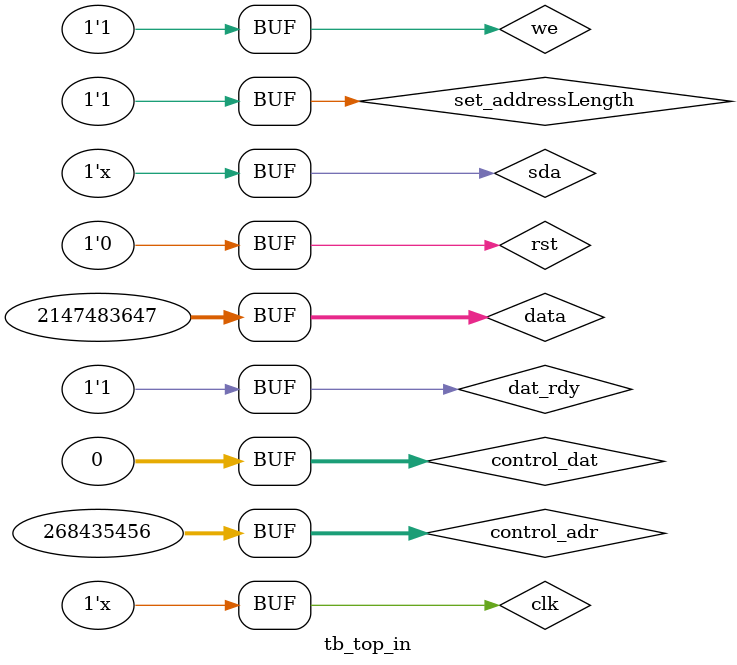
<source format=v>
`timescale 1ns / 1ps

module tb_top_in;

	// Inputs
	reg rst;
	reg clk;
	reg [31:0] control_dat;
	reg [31:0] control_adr;
	reg dat_rdy;
	reg set_addressLength;
	reg we;

	// Outputs
	wire scl;

	// Bidirs
	wire sda;
	
	// Data reg
	reg [45:0]sda_reg_tb;
	reg [31:0]data = {31{1'b1}};

	// Instantiate the Unit Under Test (UUT)
	top uut (
		.rst(rst), 
		.clk(clk), 
		.control_dat(control_dat), 
		.control_adr(control_adr), 
		.dat_rdy(dat_rdy), 
		.set_addressLength(set_addressLength), 
		.we(we), 
		.sda(sda), 
		.scl(scl)
	);

	initial begin
		// Initialize Inputs
		rst = 1;
		clk = 0;
		control_dat = 0;
		control_adr = 0;
		dat_rdy = 0;
		set_addressLength = 0;
		we = 0;

		// Wait 100 ns for global reset to finish
		#100;
        
		rst = 0;
		control_adr = 32'h1000_0000;
		we = 1;
		set_addressLength = 1;
		dat_rdy = 1;

	end
	
	always #5
	clk <= ~clk;
	
	reg [15:0]check_addr;
	reg old_sda;
	reg old_scl;
	reg frame_start;
	reg we_feedback;
	reg ack_feedback;
	
	always @(posedge clk)
	begin
	if(rst) old_scl <= 0;
   else	old_scl <= scl;
	end
	
	always @(posedge clk)
	begin
		if(rst) check_addr <= 0;
		else if(((sda == 0) && (old_sda == 1)) && ((scl == 0) && (old_scl == 1))) 
		begin
			frame_start <= 1;
		end
		else frame_start <= 0;
	end
	
	always @(posedge clk)
	begin
		if(rst)
		begin
			sda_reg_tb[45] <= 1'bz;
			sda_reg_tb[44:37] <= {8{1'bz}};
			sda_reg_tb[36] <= 1'b1;
			sda_reg_tb[35:28] <= data[31:24];
			sda_reg_tb[27] <= 1'bz;
			sda_reg_tb[26:19] <= data[23:16];
			sda_reg_tb[18] <= 1'bz;
			sda_reg_tb[17:10] <= data[15:8];
			sda_reg_tb[9] <= 1'bz;
			sda_reg_tb[8:1] <= data[7:0];
			sda_reg_tb[0] <= 1'bz;
		end
	end
	

	reg tmp;
	always @(posedge clk)
	begin
		if((old_scl == 0) && (scl == 1))
		begin
			tmp <= 1;
			sda_reg_tb <= {sda_reg_tb[53:0],sda_reg_tb[54]};
		end
		else tmp <= 0;
	end
	

	assign sda = sda_reg_tb[54];
      
endmodule


</source>
